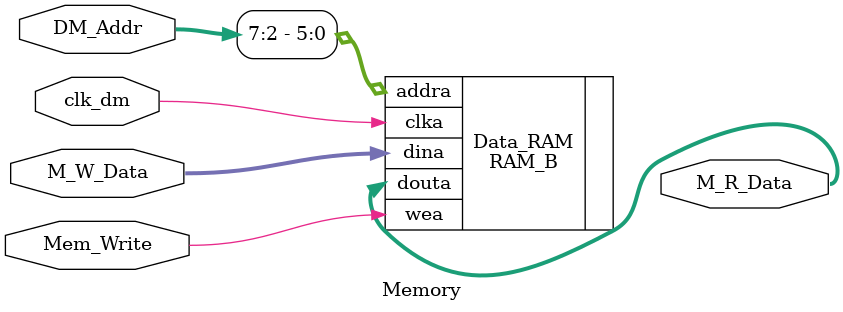
<source format=v>
`timescale 1ns / 1ps


module Memory(
    input clk_dm,
    input Mem_Write,
    input [7:0] DM_Addr,
    input [31:0] M_W_Data,
    output [31:0] M_R_Data    
    );
    //´´½¨ÊµÀýÁ¬½ÓMemoryÄ£¿é
    RAM_B Data_RAM (
      .clka(clk_dm),    // input wire clka
      .wea(Mem_Write),      // input wire [0 : 0] wea
      .addra(DM_Addr[7:2]),  // input wire [5 : 0] addra
      .dina(M_W_Data),    // input wire [31 : 0] dina
      .douta(M_R_Data)  // output wire [31 : 0] douta
    );
    
endmodule

</source>
